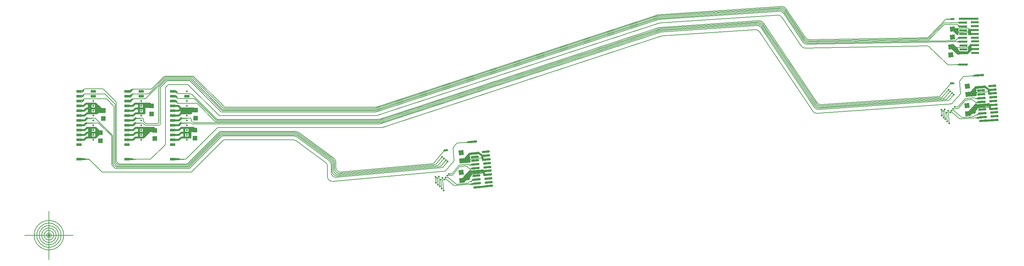
<source format=gbr>
*
G4_C Author: OrCAD GerbTool(tm) 8.1.1 Wed Jun 18 20:29:13 2003*
G4 Mass Parameters *
G4 Image *
G4 Aperture Definitions *
G4 Plot Data *
G4 Mass Parameters *
G4 Image *
G4 Aperture Definitions *
G4 Plot Data *
G4 Mass Parameters *
G4 Image *
G4 Aperture Definitions *
G4 Plot Data *
G4 Mass Parameters *
G4 Image *
G4 Aperture Definitions *
G4 Plot Data *
%LPD*%
%FSLAX34Y34*%
%MOIN*%
%AD*%
%AMD25R98*
20,1,0.025000,0.000000,-0.035000,0.000000,0.035000,98.600000*
%
%AMD10R98*
20,1,0.050000,-0.025000,0.000000,0.025000,0.000000,98.600000*
%
%AMD25R98N2*
20,1,0.025000,0.000000,-0.035000,0.000000,0.035000,98.600000*
%
%AMD10R98N2*
20,1,0.050000,-0.025000,0.000000,0.025000,0.000000,98.600000*
%
%AMD25R86*
20,1,0.025000,0.000000,-0.035000,0.000000,0.035000,86.080000*
%
%AMD10R86*
20,1,0.050000,-0.025000,0.000000,0.025000,0.000000,86.080000*
%
%AMD16R5*
20,1,0.025000,-0.035000,0.000000,0.035000,0.000000,5.450000*
%
%AMD10R5*
20,1,0.050000,-0.025000,0.000000,0.025000,0.000000,5.450000*
%
%AMD16R5N2*
20,1,0.025000,-0.035000,0.000000,0.035000,0.000000,5.450000*
%
%AMD10R5N2*
20,1,0.050000,-0.025000,0.000000,0.025000,0.000000,5.450000*
%
%AMD31R3*
20,1,0.025000,0.034920,-0.002390,-0.034920,0.002390,3.950000*
%
%AMD32R3*
20,1,0.050000,-0.001710,-0.024940,0.001710,0.024940,3.950000*
%
%AMD31R3N2*
20,1,0.025000,0.034920,-0.002390,-0.034920,0.002390,3.910000*
%
%AMD32R3N2*
20,1,0.050000,-0.001710,-0.024940,0.001710,0.024940,3.910000*
%
%AMD31R3N3*
20,1,0.025000,0.034920,-0.002390,-0.034920,0.002390,3.920000*
%
%AMD32R3N3*
20,1,0.050000,-0.001710,-0.024940,0.001710,0.024940,3.920000*
%
%AMD29R84*
20,1,0.022000,0.000000,-0.040000,0.000000,0.040000,84.000000*
%
%AMD42R84*
20,1,0.050000,-0.025000,0.000000,0.025000,0.000000,84.000000*
%
%AMD43R11*
20,1,0.022000,0.039780,-0.004180,-0.039780,0.004180,11.300000*
%
%AMD44R11*
20,1,0.050000,-0.002610,-0.024860,0.002610,0.024860,11.300000*
%
%AMD257R1*
20,1,0.022000,-0.040000,0.000000,0.040000,0.000000,1.000000*
%
%AMD42R1*
20,1,0.050000,-0.025000,0.000000,0.025000,0.000000,1.000000*
%
%AMD257R1N2*
20,1,0.022000,-0.040000,0.000000,0.040000,0.000000,1.000000*
%
%AMD42R1N2*
20,1,0.050000,-0.025000,0.000000,0.025000,0.000000,1.000000*
%
%AMD49R1*
20,1,0.022000,-0.039990,-0.000700,0.039990,0.000700,1.000000*
%
%AMD50R1*
20,1,0.050000,-0.025000,-0.000440,0.025000,0.000440,1.000000*
%
%AMD51R1*
20,1,0.022000,-0.039970,-0.001400,0.039970,0.001400,1.000000*
%
%AMD52R1*
20,1,0.050000,-0.024990,-0.000880,0.024990,0.000880,1.000000*
%
%AMD53R1*
20,1,0.022000,-0.039940,-0.002100,0.039940,0.002100,1.000000*
%
%AMD54R1*
20,1,0.050000,-0.024970,-0.001320,0.024970,0.001320,1.000000*
%
%ADD10R,0.050000X0.050000*%
%ADD11C,0.006000*%
%ADD12C,0.019000*%
%ADD13C,0.007900*%
%ADD14C,0.005000*%
%ADD15C,0.000800*%
%ADD16R,0.070000X0.025000*%
%ADD17R,0.068000X0.023000*%
%ADD18C,0.006000*%
%ADD19C,0.009800*%
%ADD20C,0.010000*%
%ADD21C,0.030000*%
%ADD22C,0.060000*%
%ADD23C,0.035000*%
%ADD24C,0.055000*%
%ADD25R,0.025000X0.070000*%
%ADD26D25R98*%
%ADD27R,0.029000X0.058000*%
%ADD28R,0.031000X0.060000*%
%ADD29R,0.022000X0.080000*%
%ADD30R,0.024000X0.082000*%
%ADD31R,0.030000X0.030000*%
%ADD32D10R86*%
%ADD33D16R5*%
%ADD34D10R5*%
%ADD35D16R5N2*%
%ADD36D10R5N2*%
%ADD37D31R3*%
%ADD38D32R3*%
%ADD39R,0.070000X0.025000*%
%ADD40D32R3N2*%
%ADD41R,0.070000X0.025000*%
%ADD42R,0.050000X0.050000*%
%ADD43D29R84*%
%ADD44D42R84*%
%ADD45D43R11*%
%ADD46D44R11*%
%ADD47D257R1*%
%ADD48D42R1*%
%ADD49D257R1N2*%
%ADD50D42R1N2*%
%ADD51D49R1*%
%ADD52D50R1*%
%ADD53D51R1*%
%ADD54D52R1*%
%ADD55D53R1*%
%ADD56D54R1*%
%ADD256R,0.058000X0.029000*%
%ADD257R,0.080000X0.022000*%
G4_C OrCAD GerbTool Tool List *
G54D14*
G1X-4757Y-5972D2*
G1X243Y-5972D1*
G1X-2257Y-8472D2*
G1X-2257Y-3472D1*
G1X-4757Y-5972D2*
G1X243Y-5972D1*
G1X-2257Y-8472D2*
G1X-2257Y-3472D1*
G1X-2257Y-6972D2*
G3X-1257Y-5972I0J1000D1*
G1X-3257Y-5972D2*
G3X-2257Y-6972I1000J0D1*
G1X-2257Y-4972D2*
G3X-3257Y-5972I0J1000D1*
G1X-1257Y-5972D2*
G3X-2257Y-4972I1000J0D1*
G1X-2257Y-7492D2*
G3X-737Y-5972I0J1520D1*
G1X-3777Y-5972D2*
G3X-2257Y-7492I1520J0D1*
G1X-2257Y-4451D2*
G3X-3778Y-5972I0J1521D1*
G1X-736Y-5972D2*
G3X-2257Y-4451I1521J0D1*
G1X-2257Y-6222D2*
G3X-2007Y-5972I0J250D1*
G1X-2507Y-5972D2*
G3X-2257Y-6222I250J0D1*
G1X-2257Y-5722D2*
G3X-2507Y-5972I0J250D1*
G1X-2007Y-5972D2*
G3X-2257Y-5722I250J0D1*
G1X-2257Y-6222D2*
G3X-2007Y-5972I0J250D1*
G1X-2507Y-5972D2*
G3X-2257Y-6222I250J0D1*
G1X-2257Y-5722D2*
G3X-2507Y-5972I0J250D1*
G1X-2007Y-5972D2*
G3X-2257Y-5722I250J0D1*
G1X-2257Y-6722D2*
G3X-1507Y-5972I0J750D1*
G1X-3007Y-5972D2*
G3X-2257Y-6722I750J0D1*
G1X-2257Y-5222D2*
G3X-3007Y-5972I0J750D1*
G1X-1507Y-5972D2*
G3X-2257Y-5222I750J0D1*
G1X-2257Y-6472D2*
G3X-1757Y-5972I0J500D1*
G1X-2757Y-5972D2*
G3X-2257Y-6472I500J0D1*
G1X-2257Y-5472D2*
G3X-2757Y-5972I0J500D1*
G1X-1757Y-5972D2*
G3X-2257Y-5472I500J0D1*
G1X-2257Y-6472D2*
G3X-1757Y-5972I0J500D1*
G1X-2757Y-5972D2*
G3X-2257Y-6472I500J0D1*
G1X-2257Y-5472D2*
G3X-2757Y-5972I0J500D1*
G1X-1757Y-5972D2*
G3X-2257Y-5472I500J0D1*
G1X-2257Y-7222D2*
G3X-1007Y-5972I0J1250D1*
G1X-3507Y-5972D2*
G3X-2257Y-7222I1250J0D1*
G1X-2257Y-4722D2*
G3X-3507Y-5972I0J1250D1*
G1X-1007Y-5972D2*
G3X-2257Y-4722I1250J0D1*
G1X-2257Y-7492D2*
G3X-737Y-5972I0J1520D1*
G1X-3777Y-5972D2*
G3X-2257Y-7492I1520J0D1*
G1X-2257Y-4451D2*
G3X-3778Y-5972I0J1521D1*
G1X-736Y-5972D2*
G3X-2257Y-4451I1521J0D1*
G1X-2257Y-7222D2*
G3X-1007Y-5972I0J1250D1*
G1X-3507Y-5972D2*
G3X-2257Y-7222I1250J0D1*
G1X-2257Y-4722D2*
G3X-3507Y-5972I0J1250D1*
G1X-1007Y-5972D2*
G3X-2257Y-4722I1250J0D1*
G1X-2257Y-6722D2*
G3X-1507Y-5972I0J750D1*
G1X-3007Y-5972D2*
G3X-2257Y-6722I750J0D1*
G1X-2257Y-5222D2*
G3X-3007Y-5972I0J750D1*
G1X-1507Y-5972D2*
G3X-2257Y-5222I750J0D1*
G1X-2257Y-6972D2*
G3X-1257Y-5972I0J1000D1*
G1X-3257Y-5972D2*
G3X-2257Y-6972I1000J0D1*
G1X-2257Y-4972D2*
G3X-3257Y-5972I0J1000D1*
G1X-1257Y-5972D2*
G3X-2257Y-4972I1000J0D1*
G54D21*
G1X-2257Y-5972D3*
G1X11640Y1876D2*
G54D20*
G1X11131Y1876D1*
G1X12323Y4136D2*
G54D12*
G1X12323Y4609D1*
G1X12376Y6631D2*
G1X12377Y7105D1*
G1X12294Y6126D2*
G54D11*
G1X11706Y6125D1*
G1X12394Y6026D2*
G75*
G3X12294Y6126I-100J0D1*
G74*
G1X11789Y1876D2*
G1X11527Y1876D1*
G1X11859Y1905D2*
G75*
G2X11789Y1876I-71J71D1*
G74*
G1X6331Y1874D2*
G54D12*
G1X5780Y1874D1*
G1X8173Y1877D2*
G54D11*
G1X6529Y1876D1*
G1X8243Y1906D2*
G75*
G2X8173Y1877I-71J71D1*
G74*
G1X6230Y1874D2*
G54D20*
G1X6671Y1874D1*
G1X1431Y1876D2*
G54D12*
G1X882Y1876D1*
G1X1841Y1876D2*
G54D20*
G1X1332Y1876D1*
G1X1911Y1845D2*
G75*
G54D11*
G3X1841Y1876I-71J-71D1*
G74*
G1X11071Y7376D2*
G54D12*
G1X10495Y7375D1*
G1X10626Y6375D2*
G1X11121Y6375D1*
G1X11372Y6627D1*
G1X10633Y5874D2*
G1X11132Y5874D1*
G1X11118Y4877D2*
G1X10571Y4877D1*
G1X10570Y4377D2*
G1X11117Y4377D1*
G1X11368Y4627D1*
G1X11104Y5376D2*
G1X11355Y5627D1*
G1X11369Y5127D2*
G1X11118Y4877D1*
G1X11359Y4127D2*
G1X11111Y3877D1*
G1X11132Y5874D2*
G1X11385Y6127D1*
G1X11116Y6879D2*
G1X10543Y6879D1*
G1X11364Y7127D2*
G1X11116Y6879D1*
G1X9729Y9234D2*
G75*
G54D11*
G2X9759Y9305I100J0D1*
G74*
G1X6431Y9119D2*
G1X6301Y9013D1*
G1X6371Y7373D2*
G54D12*
G1X6623Y7625D1*
G1X6420Y6373D2*
G1X6671Y6625D1*
G1X6417Y4375D2*
G1X6667Y4624D1*
G1X6403Y5375D2*
G1X6653Y5625D1*
G1X6667Y5124D2*
G1X6418Y4875D1*
G1X6658Y4125D2*
G1X6409Y3875D1*
G1X6653Y5625D2*
G54D20*
G1X7130Y5624D1*
G1X6431Y5873D2*
G54D12*
G1X6685Y6126D1*
G1X6685Y6125D2*
G54D20*
G1X7131Y6125D1*
G1X7932Y4625D2*
G54D12*
G1X6684Y4625D1*
G1X7983Y4624D2*
G1X7482Y4125D1*
G1X6658Y4125D1*
G1X6663Y7125D2*
G1X6416Y6876D1*
G1X7956Y4676D2*
G1X7506Y5125D1*
G1X7590Y7125D2*
G1X6663Y7125D1*
G1X6623Y7625D2*
G1X7590Y7625D1*
G1X7591Y6625D2*
G1X6671Y6625D1*
G1X8549Y5125D2*
G1X6667Y5124D1*
G1X8339Y4978D2*
G1X7838Y4479D1*
G1X6291Y8495D2*
G54D11*
G1X6427Y8607D1*
G75*
G2X6490Y8629I63J-78D1*
G74*
G1X6403Y8087D2*
G1X6296Y8000D1*
G1X6467Y8111D2*
G75*
G3X6403Y8087I0J-100D1*
G74*
G1X7354Y5625D2*
G1X6905Y5625D1*
G1X7426Y5595D2*
G75*
G3X7354Y5625I-71J-71D1*
G74*
G1X7498Y5736D2*
G75*
G2X7469Y5806I71J71D1*
G74*
G1X7469Y6024D1*
G1X7369Y6125D2*
G1X6905Y6125D1*
G1X7469Y6024D2*
G75*
G3X7369Y6125I-100J0D1*
G74*
G1X7664Y5569D2*
G1X7498Y5736D1*
G1X7735Y5539D2*
G75*
G2X7664Y5569I0J100D1*
G74*
G1X7616Y5404D2*
G1X7426Y5595D1*
G1X7687Y5375D2*
G75*
G2X7616Y5404I0J100D1*
G74*
G1X1145Y7770D2*
G1X1275Y7876D1*
G1X1145Y7983D1*
G1X1165Y7954D2*
G1X1165Y7800D1*
G1X1203Y7931D2*
G1X1202Y7822D1*
G1X1150Y7877D2*
G1X1275Y7876D1*
G1X1145Y8270D2*
G1X1275Y8377D1*
G1X1166Y8454D2*
G1X1165Y8300D1*
G1X1202Y8431D2*
G1X1203Y8323D1*
G1X1150Y8377D2*
G1X1275Y8377D1*
G1X1167Y8954D2*
G1X1166Y8800D1*
G1X1203Y8931D2*
G1X1204Y8823D1*
G1X1152Y8876D2*
G1X1276Y8877D1*
G1X1342Y8532D2*
G75*
G2X1441Y8632I100J0D1*
G74*
G1X1342Y8476D2*
G1X1342Y8532D1*
G1X1241Y8377D2*
G75*
G3X1342Y8476I0J100D1*
G74*
G1X1150Y7877D2*
G1X1275Y7876D1*
G1X1341Y8031D2*
G75*
G2X1441Y8131I100J0D1*
G74*
G1X1342Y7977D2*
G1X1341Y8031D1*
G1X1241Y7877D2*
G75*
G3X1342Y7977I0J100D1*
G74*
G1X1275Y8877D2*
G1X1145Y8983D1*
G1X1151Y8877D2*
G1X1275Y8877D1*
G1X1241Y8876D2*
G75*
G3X1341Y8977I0J100D1*
G74*
G1X1273Y8376D2*
G1X1144Y8483D1*
G1X1190Y8422D2*
G1X1315Y8421D1*
G1X1194Y8457D2*
G1X1319Y8457D1*
G1X1241Y8496D2*
G1X1371Y8602D1*
G1X1199Y8431D2*
G1X1329Y8537D1*
G1X1130Y8482D2*
G1X1254Y8481D1*
G1X1208Y8404D2*
G1X1338Y8510D1*
G1X1143Y8983D2*
G1X1269Y8983D1*
G1X1183Y8923D2*
G1X1307Y8923D1*
G1X1185Y8962D2*
G1X1310Y8961D1*
G1X1339Y9034D2*
G1X1209Y8927D1*
G1X1332Y8993D2*
G1X1202Y8887D1*
G1X1317Y8968D2*
G1X1187Y8862D1*
G1X1182Y8448D2*
G1X1312Y8555D1*
G1X1246Y8001D2*
G1X1376Y8107D1*
G1X1165Y7935D2*
G1X1295Y8041D1*
G1X1106Y7982D2*
G1X1230Y7982D1*
G1X1198Y7921D2*
G1X1323Y7921D1*
G1X1201Y7954D2*
G1X1326Y7954D1*
G1X1205Y7981D2*
G1X1330Y7980D1*
G1X1200Y7922D2*
G1X1330Y8029D1*
G1X1341Y8977D2*
G1X1341Y9037D1*
G75*
G2X1442Y9137I100J0D1*
G74*
G1X1383Y9120D2*
G1X1253Y9014D1*
G1X1327Y9075D2*
G1X1197Y8969D1*
G1X1322Y7374D2*
G54D12*
G1X745Y7375D1*
G1X1322Y7374D2*
G1X1574Y7626D1*
G1X1214Y8936D2*
G54D11*
G1X1342Y9065D1*
G1X875Y6374D2*
G54D12*
G1X1371Y6374D1*
G1X883Y5874D2*
G1X1383Y5874D1*
G1X821Y3876D2*
G1X1321Y3876D1*
G1X1369Y4876D2*
G1X821Y4875D1*
G1X821Y4376D2*
G1X1367Y4376D1*
G1X821Y5376D2*
G1X1355Y5376D1*
G1X1604Y5626D1*
G1X1610Y4126D2*
G1X1360Y3876D1*
G1X1366Y6877D2*
G1X794Y6878D1*
G1X1614Y7126D2*
G1X1366Y6877D1*
G1X1157Y8780D2*
G54D11*
G1X1287Y8887D1*
G1X1735Y6126D2*
G54D20*
G1X2181Y6125D1*
G1X3034Y4626D2*
G54D12*
G1X2534Y4126D1*
G1X3006Y4676D2*
G1X2557Y5126D1*
G1X1420Y6374D2*
G1X1672Y6626D1*
G1X1416Y4376D2*
G1X1667Y4626D1*
G1X1667Y5125D2*
G1X1418Y4876D1*
G1X1432Y5874D2*
G1X1684Y6127D1*
G1X15079Y5996D2*
G75*
G54D11*
G2X15009Y6025I0J100D1*
G74*
G1X15007Y5876D2*
G75*
G2X14937Y5905I0J100D1*
G74*
G1X14926Y5756D2*
G75*
G2X14856Y5785I0J100D1*
G74*
G1X15061Y5107D2*
G1X11859Y1905D1*
G1X15131Y5136D2*
G75*
G3X15061Y5107I0J-100D1*
G74*
G1X15372Y4756D2*
G75*
G3X15302Y4727I0J-100D1*
G74*
G1X15360Y4607D2*
G75*
G2X15430Y4636I71J-71D1*
G74*
G1X15487Y4516D2*
G75*
G3X15417Y4487I0J-100D1*
G74*
G1X15480Y4367D2*
G75*
G2X15550Y4396I71J-71D1*
G74*
G1X15624Y4276D2*
G75*
G3X15554Y4247I0J-100D1*
G74*
G1X15749Y3867D2*
G75*
G2X15819Y3896I71J-71D1*
G74*
G1X9864Y9944D2*
G75*
G2X9934Y9973I71J-71D1*
G74*
G1X9790Y10064D2*
G75*
G2X9860Y10093I71J-71D1*
G74*
G1X9727Y10184D2*
G75*
G2X9797Y10213I71J-71D1*
G74*
G1X9670Y10304D2*
G75*
G2X9740Y10333I71J-71D1*
G74*
G1X9613Y10424D2*
G75*
G2X9683Y10453I71J-71D1*
G74*
G1X9759Y9305D2*
G1X10015Y9562D1*
G1X10015Y9562D2*
G75*
G2X10085Y9591I71J-71D1*
G74*
G1X12255Y946D2*
G1X15554Y4247D1*
G1X12185Y917D2*
G75*
G3X12255Y946I0J100D1*
G74*
G1X15480Y4367D2*
G1X12180Y1066D1*
G75*
G2X12110Y1037I-71J71D1*
G74*
G1X12117Y1186D2*
G1X15417Y4487D1*
G1X12047Y1157D2*
G75*
G3X12117Y1186I0J100D1*
G74*
G1X15360Y4607D2*
G1X12060Y1306D1*
G75*
G2X11990Y1277I-71J71D1*
G74*
G1X12002Y1426D2*
G1X15302Y4727D1*
G1X11932Y1397D2*
G75*
G3X12002Y1426I0J100D1*
G74*
G1X11932Y1397D2*
G1X4983Y1397D1*
G75*
G2X4913Y1426I0J100D1*
G74*
G1X4884Y1277D2*
G1X11990Y1277D1*
G1X4813Y1306D2*
G75*
G3X4884Y1277I71J71D1*
G74*
G1X12047Y1157D2*
G1X4786Y1157D1*
G75*
G2X4715Y1186I0J100D1*
G74*
G1X4711Y1037D2*
G1X12110Y1037D1*
G1X4641Y1066D2*
G75*
G3X4711Y1037I71J71D1*
G74*
G1X12185Y917D2*
G1X4612Y917D1*
G75*
G2X4542Y946I0J100D1*
G74*
G1X4228Y1260D1*
G1X4199Y1330D2*
G75*
G3X4228Y1260I100J0D1*
G74*
G1X4641Y1066D2*
G1X4348Y1359D1*
G75*
G2X4319Y1429I71J71D1*
G74*
G1X4715Y1186D2*
G1X4468Y1435D1*
G75*
G2X4439Y1505I71J71D1*
G74*
G1X4588Y1533D2*
G1X4813Y1306D1*
G1X4559Y1603D2*
G75*
G3X4588Y1533I100J0D1*
G74*
G1X4913Y1426D2*
G1X4711Y1628D1*
G75*
G2X4682Y1698I71J71D1*
G74*
G1X4199Y1330D2*
G1X4199Y4235D1*
G75*
G3X4170Y4305I-100J0D1*
G74*
G1X4319Y1429D2*
G1X4319Y4285D1*
G75*
G3X4290Y4355I-100J0D1*
G74*
G1X4170Y4305D2*
G1X2877Y5597D1*
G1X2807Y5626D2*
G1X1957Y5626D1*
G1X2877Y5597D2*
G75*
G3X2807Y5626I-71J-71D1*
G74*
G1X4290Y4355D2*
G1X2548Y6097D1*
G1X2478Y6126D2*
G1X1956Y6126D1*
G1X2548Y6097D2*
G75*
G3X2478Y6126I-71J-71D1*
G74*
G1X4439Y1505D2*
G1X4439Y7280D1*
G75*
G3X4410Y7350I-100J0D1*
G74*
G1X4559Y1603D2*
G1X4559Y7500D1*
G75*
G3X4530Y7570I-100J0D1*
G74*
G1X4682Y1698D2*
G1X4682Y7736D1*
G75*
G3X4653Y7806I-100J0D1*
G74*
G1X4410Y7350D2*
G1X3659Y8102D1*
G75*
G3X3589Y8131I-71J-71D1*
G74*
G1X4530Y7570D2*
G1X3499Y8602D1*
G75*
G3X3429Y8631I-71J-71D1*
G74*
G1X4653Y7806D2*
G1X3352Y9107D1*
G75*
G3X3282Y9136I-71J-71D1*
G74*
G1X2534Y4126D2*
G54D12*
G1X1610Y4126D1*
G1X2983Y4626D2*
G1X1650Y4626D1*
G1X2557Y5126D2*
G1X1650Y5125D1*
G1X2281Y5626D2*
G54D20*
G1X1650Y5626D1*
G1X2642Y7126D2*
G54D12*
G1X1614Y7126D1*
G1X3429Y8631D2*
G54D11*
G1X1441Y8631D1*
G1X3282Y9136D2*
G1X1442Y9136D1*
G1X3589Y8131D2*
G1X1440Y8131D1*
G1X1911Y1845D2*
G1X3191Y566D1*
G75*
G3X3261Y537I71J71D1*
G74*
G1X12380Y537D1*
G1X12450Y566D2*
G1X15749Y3867D1*
G1X12380Y537D2*
G75*
G3X12450Y566I0J100D1*
G74*
G1X8243Y1906D2*
G1X9700Y3363D1*
G1X9729Y3433D2*
G1X9729Y9234D1*
G1X9700Y3363D2*
G75*
G3X9729Y3433I-71J71D1*
G74*
G1X5771Y3875D2*
G54D12*
G1X6370Y3875D1*
G1X5769Y4375D2*
G1X6417Y4375D1*
G1X6418Y4875D2*
G1X5770Y4874D1*
G1X5770Y5375D2*
G1X6403Y5375D1*
G1X5832Y5873D2*
G1X6431Y5873D1*
G1X5824Y6373D2*
G1X6420Y6373D1*
G1X6371Y7373D2*
G1X5694Y7374D1*
G1X6416Y6876D2*
G1X5742Y6877D1*
G1X6229Y7887D2*
G54D11*
G1X6099Y7992D1*
G1X6099Y7781D2*
G1X6229Y7887D1*
G1X6104Y7887D1*
G1X6119Y7964D2*
G1X6119Y7809D1*
G1X6229Y7887D2*
G1X6104Y7887D1*
G1X6152Y7931D2*
G1X6278Y7931D1*
G1X6195Y7887D2*
G75*
G3X6296Y7987I0J100D1*
G74*
G1X6159Y7991D2*
G1X6284Y7991D1*
G1X6154Y7933D2*
G1X6284Y8039D1*
G1X6295Y8028D2*
G1X6295Y8083D1*
G1X6317Y8106D2*
G1X6119Y7945D1*
G1X6157Y7941D2*
G1X6157Y7833D1*
G1X6155Y7964D2*
G1X6280Y7964D1*
G1X6379Y8129D2*
G75*
G3X6317Y8106I0J-101D1*
G74*
G1X6296Y7987D2*
G1X6296Y8042D1*
G1X6523Y8129D2*
G1X6379Y8129D1*
G1X6061Y7973D2*
G1X6174Y8026D1*
G1X6161Y8020D2*
G1X6274Y8072D1*
G1X6229Y8387D2*
G1X6099Y8492D1*
G1X6099Y8281D2*
G1X6229Y8387D1*
G1X6104Y8387D1*
G1X6119Y8464D2*
G1X6119Y8309D1*
G1X6229Y8387D2*
G1X6104Y8387D1*
G1X6152Y8431D2*
G1X6278Y8431D1*
G1X6195Y8387D2*
G75*
G3X6296Y8487I0J100D1*
G74*
G1X6159Y8491D2*
G1X6284Y8491D1*
G1X6154Y8433D2*
G1X6284Y8539D1*
G1X6295Y8528D2*
G1X6295Y8583D1*
G1X6317Y8606D2*
G1X6119Y8445D1*
G1X6157Y8441D2*
G1X6157Y8333D1*
G1X6155Y8464D2*
G1X6280Y8464D1*
G1X6379Y8629D2*
G75*
G3X6317Y8606I0J-101D1*
G74*
G1X6296Y8487D2*
G1X6296Y8542D1*
G1X6523Y8629D2*
G1X6379Y8629D1*
G1X6061Y8474D2*
G1X6174Y8526D1*
G1X6161Y8520D2*
G1X6274Y8573D1*
G1X6231Y8886D2*
G1X6101Y8991D1*
G1X6101Y8780D2*
G1X6231Y8886D1*
G1X6106Y8886D1*
G1X6121Y8963D2*
G1X6121Y8808D1*
G1X6231Y8886D2*
G1X6106Y8886D1*
G1X6154Y8930D2*
G1X6280Y8930D1*
G1X6197Y8886D2*
G75*
G3X6298Y8986I0J100D1*
G74*
G1X6161Y8990D2*
G1X6286Y8990D1*
G1X6156Y8932D2*
G1X6286Y9038D1*
G1X6297Y9027D2*
G1X6297Y9082D1*
G1X6319Y9105D2*
G1X6121Y8944D1*
G1X6159Y8940D2*
G1X6159Y8832D1*
G1X6157Y8963D2*
G1X6282Y8963D1*
G1X6381Y9128D2*
G75*
G3X6319Y9105I0J-101D1*
G74*
G1X6298Y8986D2*
G1X6298Y9041D1*
G1X6525Y9128D2*
G1X6381Y9128D1*
G1X6063Y8972D2*
G1X6176Y9025D1*
G1X6163Y9019D2*
G1X6276Y9071D1*
G1X6237Y8484D2*
G1X6373Y8596D1*
G1X6255Y8007D2*
G1X6391Y8119D1*
G1X12377Y6626D2*
G54D12*
G1X11372Y6626D1*
G1X11386Y6125D2*
G54D20*
G1X11932Y6126D1*
G1X11355Y5626D2*
G1X11932Y5626D1*
G1X12638Y5126D2*
G54D12*
G1X11369Y5126D1*
G1X12323Y4626D2*
G1X11385Y4626D1*
G1X12323Y4126D2*
G1X11359Y4126D1*
G1X12322Y5626D2*
G54D11*
G1X11675Y5626D1*
G1X12392Y5597D2*
G75*
G3X12322Y5626I-71J-71D1*
G74*
G1X12392Y5597D2*
G1X12444Y5545D1*
G1X12444Y5545D2*
G75*
G3X12514Y5516I71J71D1*
G74*
G1X12394Y5873D2*
G1X12394Y6026D1*
G1X12423Y5802D2*
G75*
G2X12394Y5873I71J71D1*
G74*
G1X12423Y5802D2*
G1X12560Y5665D1*
G1X12560Y5665D2*
G75*
G3X12630Y5636I71J71D1*
G74*
G1X10571Y5376D2*
G54D12*
G1X11104Y5376D1*
G1X10571Y3876D2*
G1X11072Y3876D1*
G1X11131Y1876D2*
G1X10581Y1876D1*
G1X11941Y6374D3*
G1X11940Y5874D3*
G1X11939Y5375D3*
G1X11940Y3874D3*
G1X11939Y7875D3*
G54D256*
G1X11939Y8375D3*
G54D12*
G1X11941Y8875D3*
G54D256*
G1X10470Y8377D3*
G1X10469Y7876D3*
G1X10469Y7377D3*
G1X10469Y6877D3*
G1X10469Y6376D3*
G1X10470Y5876D3*
G1X10470Y5376D3*
G1X10469Y4875D3*
G1X10470Y4376D3*
G1X10469Y3877D3*
G1X10470Y3376D3*
G1X10469Y1876D3*
G1X10470Y8876D3*
G1X12638Y6808D2*
G54D12*
G1X12250Y6808D1*
G1X12645Y6984D2*
G1X12250Y6984D1*
G1X11939Y7375D3*
G1X12637Y7124D2*
G1X11364Y7124D1*
G54D42*
G1X12777Y4055D3*
G1X12778Y4895D3*
G1X12854Y6119D3*
G1X12855Y6959D3*
G54D12*
G1X7252Y6374D3*
G1X7251Y5874D3*
G1X7251Y4375D3*
G1X7251Y6874D3*
G1X7250Y7375D3*
G1X7250Y5375D3*
G1X7250Y4875D3*
G1X7251Y3874D3*
G54D256*
G1X5781Y8377D3*
G1X5780Y7876D3*
G1X5780Y7377D3*
G1X5780Y6877D3*
G1X5780Y6376D3*
G1X5781Y5876D3*
G1X5781Y5376D3*
G1X5780Y4875D3*
G1X5781Y4376D3*
G1X5780Y3877D3*
G1X5781Y3376D3*
G1X5780Y1876D3*
G1X5781Y8876D3*
G1X7250Y8875D3*
G1X7250Y8375D3*
G54D12*
G1X7250Y7875D3*
G1X9727Y10184D2*
G54D11*
G1X7702Y8158D1*
G1X7632Y8129D2*
G1X6467Y8129D1*
G1X7702Y8158D2*
G75*
G2X7632Y8129I-71J71D1*
G74*
G1X6490Y8629D2*
G1X7955Y8629D1*
G1X8025Y8658D2*
G1X9670Y10304D1*
G1X7955Y8629D2*
G75*
G3X8025Y8658I0J100D1*
G74*
G1X9613Y10424D2*
G1X8345Y9157D1*
G1X8275Y9128D2*
G1X6490Y9128D1*
G1X8345Y9157D2*
G75*
G2X8275Y9128I-71J71D1*
G74*
G1X6997Y7092D2*
G54D12*
G1X6997Y7565D1*
G1X6997Y6650D2*
G1X6997Y7123D1*
G1X7506Y6655D2*
G1X7506Y7128D1*
G1X7506Y7062D2*
G1X7506Y7535D1*
G1X6085Y7955D2*
G54D11*
G1X6085Y7800D1*
G1X6070Y7917D2*
G1X6070Y7762D1*
G1X6083Y8453D2*
G1X6083Y8298D1*
G1X6070Y8417D2*
G1X6070Y8262D1*
G1X6080Y8949D2*
G1X6080Y8794D1*
G1X6070Y8917D2*
G1X6070Y8762D1*
G1X6384Y9132D2*
G1X6254Y9026D1*
G1X8947Y5540D2*
G1X7735Y5540D1*
G1X9047Y5640D2*
G75*
G2X8947Y5540I-100J0D1*
G74*
G1X7687Y5375D2*
G1X9098Y5375D1*
G75*
G3X9198Y5475I0J100D1*
G74*
G1X9197Y9235D1*
G1X9226Y9306D2*
G1X9864Y9944D1*
G1X9197Y9235D2*
G75*
G2X9226Y9306I100J0D1*
G74*
G1X9047Y5640D2*
G1X9047Y9279D1*
G1X9076Y9350D2*
G1X9790Y10064D1*
G1X9047Y9279D2*
G75*
G2X9076Y9350I100J0D1*
G74*
G54D42*
G1X8646Y4001D3*
G1X8647Y4841D3*
G1X8135Y7625D2*
G54D12*
G1X7565Y7625D1*
G1X7590Y6625D2*
G1X7590Y7614D1*
G1X7524Y6984D2*
G1X7580Y6984D1*
G1X7580Y6807D2*
G1X7524Y6807D1*
G1X8142Y7453D2*
G1X7572Y7453D1*
G1X8148Y7266D2*
G1X7578Y7266D1*
G54D42*
G1X8315Y6543D3*
G1X8316Y7383D3*
G54D12*
G1X2323Y6373D3*
G1X2322Y5873D3*
G1X2322Y4374D3*
G1X2322Y6873D3*
G1X2321Y7374D3*
G1X2321Y5374D3*
G1X2321Y4874D3*
G1X2322Y3873D3*
G1X2321Y7874D3*
G54D256*
G1X2321Y8374D3*
G1X2323Y8874D3*
G1X851Y8376D3*
G1X850Y7875D3*
G1X850Y7376D3*
G1X850Y6876D3*
G1X850Y6375D3*
G1X851Y5875D3*
G1X851Y5375D3*
G1X850Y4874D3*
G1X851Y4375D3*
G1X850Y3876D3*
G1X851Y3375D3*
G1X850Y1874D3*
G1X851Y8875D3*
G1X1614Y7626D2*
G54D12*
G1X2556Y7626D1*
G54D42*
G1X3033Y3766D3*
G1X3034Y4606D3*
G1X3352Y6070D3*
G1X3353Y6910D3*
G1X2647Y7064D2*
G54D12*
G1X3507Y7064D1*
G1X3007Y7176D2*
G1X2558Y7626D1*
G1X3259Y6922D2*
G1X2810Y7372D1*
G1X2647Y6755D2*
G1X3507Y6755D1*
G1X2595Y6919D2*
G1X3455Y6919D1*
G1X3184Y6878D2*
G1X2735Y7328D1*
G1X2741Y6741D2*
G1X2741Y7418D1*
G1X2588Y6626D2*
G1X2588Y7576D1*
G1X3118Y7070D2*
G1X2668Y6626D1*
G1X2650Y6625D2*
G1X1695Y6625D1*
G1X2060Y4148D2*
G1X2060Y5098D1*
G1X1877Y4155D2*
G1X1877Y5105D1*
G1X2042Y6642D2*
G1X2042Y7592D1*
G1X1857Y6628D2*
G1X1857Y7578D1*
G1X2740Y4926D2*
G1X2740Y4426D1*
G1X41362Y3691D2*
G1X40864Y3645D1*
G1X41158Y3672D2*
G54D20*
G1X40652Y3625D1*
G1X39704Y3508D2*
G75*
G54D11*
G2X39772Y3544I77J-64D1*
G74*
G54D12*
G1X38241Y-49D3*
G1X38360Y-1344D3*
G1X38361Y-1344D2*
G54D11*
G1X38241Y-49D1*
G1X40748Y117D2*
G54D12*
G1X41128Y573D1*
G1X41053Y265D2*
G1X40784Y-58D1*
G1X40773Y52D3*
G1X41952Y-208D2*
G1X41372Y-262D1*
G1X41347Y-256D2*
G54D20*
G1X41223Y-404D1*
G1X41737Y1355D2*
G54D12*
G1X41239Y1309D1*
G1X41534Y1336D2*
G54D20*
G1X41027Y1289D1*
G1X41591Y945D2*
G1X41064Y896D1*
G1X41276Y915D2*
G54D12*
G1X41774Y962D1*
G1X41315Y-699D2*
G54D11*
G1X41304Y-712D1*
G1X40952Y1326D2*
G1X41010Y1279D1*
G1X40880Y1350D2*
G75*
G2X40952Y1326I9J-100D1*
G74*
G1X41043Y892D2*
G1X40729Y1152D1*
G75*
G3X40656Y1175I-64J-77D1*
G74*
G1X40660Y3626D2*
G1X39772Y3544D1*
G1X42635Y-937D2*
G54D12*
G1X42054Y-991D1*
G1X40047Y1119D2*
G54D11*
G1X40656Y1175D1*
G1X39979Y1083D2*
G75*
G2X40047Y1119I77J-64D1*
G74*
G1X40003Y1268D2*
G1X40880Y1350D1*
G1X39935Y1233D2*
G75*
G2X40003Y1268I77J-64D1*
G74*
G1X41215Y-417D2*
G1X41048Y-432D1*
G75*
G3X40980Y-468I9J-99D1*
G74*
G1X40895Y-571D1*
G75*
G2X40827Y-607I-77J64D1*
G74*
G1X39703Y-711D1*
G75*
G2X39631Y-688I-9J100D1*
G74*
G1X40983Y-187D2*
G54D12*
G1X40224Y-258D1*
G1X40376Y-149D2*
G1X40756Y307D1*
G1X40542Y-178D2*
G1X40922Y278D1*
G1X40456Y-440D2*
G1X40836Y16D1*
G1X38216Y2114D3*
G1X38406Y1956D3*
G1X38597Y1798D3*
G1X38787Y1640D3*
G1X38301Y1053D2*
G75*
G54D11*
G2X38233Y1018I-77J64D1*
G74*
G54D12*
G1X38905Y363D3*
G1X38747Y173D3*
G1X38589Y-18D3*
G1X38431Y-208D3*
G1X38787Y1639D2*
G54D11*
G1X38304Y1056D1*
G1X38304Y1056D2*
G75*
G2X38236Y1020I-77J64D1*
G74*
G1X39935Y1233D2*
G1X39269Y426D1*
G1X39201Y391D2*
G1X38905Y363D1*
G1X39269Y426D2*
G75*
G2X39201Y391I-77J64D1*
G74*
G1X39979Y1083D2*
G1X39295Y254D1*
G1X39227Y217D2*
G1X38747Y173D1*
G1X39295Y254D2*
G75*
G2X39227Y217I-77J63D1*
G74*
G1X38432Y-217D2*
G1X38610Y-201D1*
G75*
G2X38683Y-223I9J-100D1*
G74*
G1X38589Y-18D2*
G1X38759Y-2D1*
G1X38832Y-24D2*
G1X39631Y-688D1*
G1X38759Y-2D2*
G75*
G2X38832Y-24I9J-100D1*
G74*
G1X38606Y700D2*
G75*
G2X38538Y664I-77J64D1*
G74*
G1X38437Y2768D2*
G1X37342Y1448D1*
G1X37342Y1448D2*
G75*
G2X37275Y1413I-77J64D1*
G74*
G1X37584Y1351D2*
G1X38216Y2114D1*
G1X37516Y1316D2*
G75*
G3X37584Y1351I-9J100D1*
G74*
G1X38406Y1956D2*
G1X37824Y1252D1*
G1X37824Y1252D2*
G75*
G2X37756Y1217I-77J64D1*
G74*
G1X38064Y1154D2*
G1X38597Y1798D1*
G1X37996Y1118D2*
G75*
G3X38064Y1154I-9J100D1*
G74*
G54D12*
G1X37528Y62D3*
G1X37719Y-98D3*
G1X38171Y-1184D2*
G54D11*
G1X38084Y-239D1*
G54D12*
G1X38084Y-240D3*
G1X37877Y94D3*
G1X37969Y-917D3*
G1X37719Y-98D2*
G54D11*
G1X37780Y-759D1*
G1X37877Y94D2*
G1X37971Y-917D1*
G1X37585Y-560D2*
G1X37527Y62D1*
G54D12*
G1X37776Y-739D3*
G1X38167Y-1157D3*
G1X37582Y-541D3*
G1X41189Y-695D2*
G54D11*
G1X39486Y-853D1*
G1X39414Y-830D2*
G1X38683Y-223D1*
G1X39486Y-853D2*
G75*
G2X39414Y-830I-9J100D1*
G74*
G1X41092Y-704D2*
G54D20*
G1X41284Y-686D1*
G1X41846Y-634D2*
G54D12*
G1X41266Y-688D1*
G1X38606Y700D2*
G54D11*
G1X39435Y1701D1*
G75*
G3X39458Y1773I-77J64D1*
G74*
G1X39341Y3026D1*
G1X39364Y3098D2*
G1X39704Y3508D1*
G1X39341Y3026D2*
G75*
G2X39364Y3098I100J9D1*
G74*
G54D45*
G1X43047Y-896D3*
G1X43010Y-503D3*
G1X42974Y-111D3*
G1X42937Y280D3*
G1X42901Y672D3*
G1X42865Y1064D3*
G1X42828Y1456D3*
G1X42792Y1848D3*
G1X42755Y2241D3*
G1X42719Y2632D3*
G1X41851Y-1007D3*
G1X41814Y-615D3*
G1X41778Y-223D3*
G1X41742Y169D3*
G1X41705Y562D3*
G1X41669Y953D3*
G1X41632Y1345D3*
G1X41596Y1738D3*
G1X41560Y2130D3*
G1X41414Y3696D3*
G1X42395Y1797D2*
G54D12*
G1X42356Y2218D1*
G1X41048Y1623D2*
G1X40504Y1573D1*
G1X41048Y1622D2*
G1X40986Y2297D1*
G1X40614Y1730D2*
G1X40972Y2161D1*
G1X40577Y1904D2*
G1X41028Y2447D1*
G1X41024Y1810D2*
G1X40479Y1759D1*
G1X41032Y1886D2*
G1X40487Y1835D1*
G1X42387Y2007D2*
G54D18*
G1X41054Y1883D1*
G1X42330Y2239D2*
G54D12*
G1X41985Y2526D1*
G1X42000Y2486D2*
G1X41075Y2400D1*
G1X41031Y2447D2*
G1X41973Y2535D1*
G1X42539Y228D2*
G1X42500Y650D1*
G1X41180Y247D2*
G1X41141Y669D1*
G1X40664Y198D2*
G1X41092Y678D1*
G1X40984Y-188D2*
G1X40945Y234D1*
G1X41180Y247D2*
G1X40912Y-77D1*
G1X41056Y129D2*
G1X41017Y551D1*
G54D45*
G1X41586Y550D3*
G1X42193Y606D3*
G1X42455Y788D2*
G54D20*
G1X41160Y668D1*
G1X42454Y471D2*
G54D19*
G1X41199Y355D1*
G54D46*
G1X40242Y-307D3*
G1X40166Y529D3*
G1X40245Y1701D3*
G1X40168Y2537D3*
G1X38438Y2770D2*
G75*
G54D11*
G2X38506Y2807I77J-64D1*
G74*
G1X38726Y2823D2*
G54D12*
G1X38445Y2797D1*
G1X38505Y2804D2*
G54D20*
G1X38585Y2811D1*
G1X93511Y10539D2*
G54D12*
G1X93012Y10504D1*
G1X93307Y10525D2*
G54D20*
G1X92799Y10490D1*
G1X91850Y10394D2*
G75*
G54D11*
G2X91918Y10428I76J-66D1*
G74*
G54D12*
G1X90306Y6871D3*
G1X90395Y5574D3*
G1X90396Y5574D2*
G54D11*
G1X90306Y6871D1*
G1X92816Y6980D2*
G54D12*
G1X93206Y7427D1*
G1X93124Y7121D2*
G1X92848Y6804D1*
G1X92840Y6915D3*
G1X94013Y6628D2*
G1X93431Y6587D1*
G1X93407Y6593D2*
G54D20*
G1X93279Y6448D1*
G1X93833Y8195D2*
G54D12*
G1X93334Y8160D1*
G1X93629Y8181D2*
G54D20*
G1X93122Y8145D1*
G1X93678Y7788D2*
G1X93149Y7751D1*
G1X93362Y7766D2*
G54D12*
G1X93860Y7801D1*
G1X93364Y6151D2*
G54D11*
G1X93353Y6139D1*
G1X93048Y8184D2*
G1X93104Y8136D1*
G1X92976Y8209D2*
G75*
G2X93048Y8184I7J-100D1*
G74*
G1X93128Y7748D2*
G1X92821Y8015D1*
G75*
G3X92748Y8040I-66J-76D1*
G74*
G1X92807Y10490D2*
G1X91918Y10428D1*
G1X94678Y5883D2*
G54D12*
G1X94097Y5843D1*
G1X92137Y7997D2*
G54D11*
G1X92748Y8040D1*
G1X92069Y7963D2*
G75*
G2X92137Y7997I76J-66D1*
G74*
G1X92097Y8148D2*
G1X92976Y8209D1*
G1X92028Y8114D2*
G75*
G2X92097Y8148I76J-66D1*
G74*
G1X93271Y6436D2*
G1X93104Y6424D1*
G75*
G3X93035Y6390I7J-99D1*
G74*
G1X92948Y6289D1*
G75*
G2X92879Y6255I-76J66D1*
G74*
G1X91753Y6176D1*
G75*
G2X91681Y6200I-7J100D1*
G74*
G1X93044Y6670D2*
G54D12*
G1X92284Y6617D1*
G1X92438Y6722D2*
G1X92828Y7170D1*
G1X92604Y6690D2*
G1X92994Y7137D1*
G1X92512Y6430D2*
G1X92902Y6877D1*
G1X90330Y9034D3*
G1X90517Y8871D3*
G1X90703Y8709D3*
G1X90890Y8547D3*
G1X90391Y7972D2*
G75*
G54D11*
G2X90322Y7938I-76J66D1*
G74*
G54D12*
G1X90980Y7268D3*
G1X90817Y7081D3*
G1X90655Y6894D3*
G1X90492Y6708D3*
G1X90890Y8546D2*
G54D11*
G1X90394Y7974D1*
G1X90394Y7974D2*
G75*
G2X90325Y7940I-76J66D1*
G74*
G1X92028Y8114D2*
G1X91345Y7322D1*
G1X91276Y7289D2*
G1X90980Y7268D1*
G1X91345Y7322D2*
G75*
G2X91276Y7289I-76J66D1*
G74*
G1X92069Y7963D2*
G1X91367Y7150D1*
G1X91298Y7115D2*
G1X90817Y7081D1*
G1X91367Y7150D2*
G75*
G2X91298Y7115I-76J65D1*
G74*
G1X90493Y6699D2*
G1X90672Y6711D1*
G75*
G2X90744Y6687I7J-100D1*
G74*
G1X90655Y6894D2*
G1X90824Y6906D1*
G1X90897Y6882D2*
G1X91681Y6200D1*
G1X90824Y6906D2*
G75*
G2X90897Y6882I7J-100D1*
G74*
G1X90688Y7611D2*
G75*
G2X90619Y7577I-76J66D1*
G74*
G1X90566Y9683D2*
G1X89441Y8388D1*
G1X89441Y8388D2*
G75*
G2X89373Y8354I-76J66D1*
G74*
G1X89680Y8286D2*
G1X90330Y9034D1*
G1X89612Y8252D2*
G75*
G3X89680Y8286I-7J100D1*
G74*
G1X90517Y8871D2*
G1X89918Y8181D1*
G1X89918Y8181D2*
G75*
G2X89849Y8147I-76J66D1*
G74*
G1X90156Y8077D2*
G1X90703Y8709D1*
G1X90087Y8044D2*
G75*
G3X90156Y8077I-7J100D1*
G74*
G54D12*
G1X89596Y6998D3*
G1X89783Y6834D3*
G1X90210Y5738D2*
G54D11*
G1X90144Y6685D1*
G54D12*
G1X90144Y6683D3*
G1X89945Y7022D3*
G1X90014Y6009D3*
G1X89783Y6834D2*
G54D11*
G1X89829Y6172D1*
G1X89945Y7022D2*
G1X90016Y6010D1*
G1X89638Y6375D2*
G1X89595Y6998D1*
G54D12*
G1X89826Y6192D3*
G1X90206Y5765D3*
G1X89636Y6394D3*
G1X93238Y6159D2*
G54D11*
G1X91533Y6039D1*
G1X91461Y6064D2*
G1X90744Y6687D1*
G1X91533Y6039D2*
G75*
G2X91461Y6064I-7J100D1*
G74*
G1X93142Y6152D2*
G54D20*
G1X93333Y6165D1*
G1X93897Y6205D2*
G54D12*
G1X93315Y6164D1*
G1X90688Y7611D2*
G54D11*
G1X91539Y8593D1*
G75*
G3X91564Y8665I-76J66D1*
G74*
G1X91476Y9920D1*
G1X91500Y9992D2*
G1X91850Y10394D1*
G1X91476Y9920D2*
G75*
G2X91500Y9992I100J7D1*
G74*
G54D55*
G1X95091Y5915D3*
G1X95063Y6309D3*
G1X95036Y6701D3*
G1X95008Y7093D3*
G1X94981Y7486D3*
G1X94954Y7879D3*
G1X94926Y8272D3*
G1X94899Y8665D3*
G1X94871Y9058D3*
G1X94844Y9450D3*
G1X93893Y5832D3*
G1X93865Y6225D3*
G1X93838Y6617D3*
G1X93810Y7010D3*
G1X93783Y7403D3*
G1X93756Y7795D3*
G1X93728Y8188D3*
G1X93701Y8581D3*
G1X93673Y8974D3*
G1X93563Y10543D3*
G1X94501Y8622D2*
G54D12*
G1X94471Y9044D1*
G1X93150Y8479D2*
G1X92605Y8441D1*
G1X93150Y8478D2*
G1X93103Y9155D1*
G1X92718Y8595D2*
G1X93087Y9018D1*
G1X92686Y8771D2*
G1X93149Y9303D1*
G1X93130Y8666D2*
G1X92585Y8628D1*
G1X93140Y8742D2*
G1X92594Y8704D1*
G1X94497Y8832D2*
G54D18*
G1X93162Y8739D1*
G1X94446Y9066D2*
G54D12*
G1X94107Y9360D1*
G1X94121Y9320D2*
G1X93194Y9255D1*
G1X93152Y9303D2*
G1X94095Y9369D1*
G1X94610Y7050D2*
G1X94580Y7473D1*
G1X93251Y7100D2*
G1X93221Y7523D1*
G1X92734Y7063D2*
G1X93172Y7533D1*
G1X93045Y6670D2*
G1X93016Y7093D1*
G1X93251Y7100D2*
G1X92975Y6783D1*
G1X93124Y6985D2*
G1X93095Y7408D1*
G54D55*
G1X93663Y7394D3*
G1X94272Y7436D3*
G1X94538Y7612D2*
G54D20*
G1X93240Y7521D1*
G1X94529Y7296D2*
G54D19*
G1X93272Y7208D1*
G54D56*
G1X92301Y6567D3*
G1X92243Y7405D3*
G1X92349Y8575D3*
G1X92291Y9413D3*
G1X90567Y9685D2*
G75*
G54D11*
G2X90636Y9720I76J-66D1*
G74*
G1X90856Y9731D2*
G54D12*
G1X90574Y9712D1*
G1X90635Y9717D2*
G54D20*
G1X90715Y9722D1*
G1X91900Y11653D2*
G54D12*
G1X91401Y11645D1*
G1X91697Y11650D2*
G54D20*
G1X91188Y11641D1*
G1X90305Y11626D2*
G54D11*
G1X91331Y11643D1*
G1X90233Y11653D2*
G75*
G3X90305Y11626I70J72D1*
G74*
G1X92382Y13434D2*
G54D14*
G1X91883Y13425D1*
G1X91544Y12855D2*
G54D12*
G1X92196Y12867D1*
G1X91453Y15575D2*
G54D20*
G1X91314Y15709D1*
G1X91922Y14016D2*
G54D12*
G1X91422Y14007D1*
G1X91718Y14013D2*
G54D20*
G1X91209Y14004D1*
G1X91915Y14410D2*
G54D12*
G1X91415Y14401D1*
G1X91314Y15709D2*
G54D11*
G1X91246Y15775D1*
G75*
G3X91175Y15802I-70J-72D1*
G74*
G1X90771Y13666D2*
G54D12*
G1X91197Y13254D1*
G1X91431Y12852D2*
G1X92086Y12864D1*
G1X90653Y13365D2*
G1X91171Y12865D1*
G1X92237Y12979D2*
G54D19*
G1X91449Y12965D1*
G1X92097Y13429D2*
G54D14*
G1X91116Y13412D1*
G1X90713Y13307D2*
G54D12*
G1X91232Y12807D1*
G1X91969Y12774D2*
G54D19*
G1X91469Y12765D1*
G1X91084Y15158D2*
G54D12*
G1X90782Y15449D1*
G1X91165Y14953D2*
G1X90863Y15245D1*
G1X91267Y14981D2*
G1X90965Y15273D1*
G1X92644Y16391D2*
G1X92061Y16381D1*
G1X92015Y15987D2*
G1X91432Y15977D1*
G1X91494Y15978D2*
G54D20*
G1X91301Y15975D1*
G54D47*
G1X93083Y12853D3*
G1X93076Y13247D3*
G1X93069Y13640D3*
G1X93062Y14035D3*
G1X93055Y14428D3*
G1X93048Y14823D3*
G1X93042Y15215D3*
G1X93035Y15609D3*
G1X93028Y16003D3*
G1X93021Y16396D3*
G1X91903Y11652D3*
G1X91876Y13226D3*
G1X91869Y13619D3*
G1X91862Y14013D3*
G1X91855Y14407D3*
G1X91849Y14801D3*
G1X91842Y15194D3*
G1X91835Y15588D3*
G1X91828Y15981D3*
G1X91821Y16375D3*
G1X92619Y13203D2*
G54D12*
G1X92611Y13623D1*
G1X92443Y13011D2*
G1X92436Y13431D1*
G1X92653Y13668D2*
G1X92444Y13452D1*
G1X92571Y15214D2*
G54D14*
G1X92404Y15376D1*
G1X92332Y15404D2*
G1X90934Y15379D1*
G1X92404Y15376D2*
G75*
G3X92332Y15404I-70J-72D1*
G74*
G1X92396Y15003D2*
G1X91338Y14984D1*
G1X92831Y15196D2*
G54D20*
G1X92433Y15189D1*
G1X91726Y12769D2*
G54D19*
G1X91226Y12760D1*
G1X92018Y15593D2*
G54D12*
G1X91435Y15583D1*
G1X90950Y13491D2*
G1X91275Y13178D1*
G1X91282Y12813D2*
G1X91276Y13177D1*
G1X90977Y13349D2*
G1X91403Y12937D1*
G1X92664Y13222D2*
G1X92280Y12824D1*
G1X92281Y12778D2*
G54D19*
G1X91678Y12768D1*
G1X92391Y12994D2*
G1X91448Y12978D1*
G54D48*
G1X90586Y12658D3*
G1X90572Y13498D3*
G1X90743Y14467D3*
G1X90730Y15307D3*
G1X90811Y13452D2*
G54D12*
G1X91431Y12852D1*
G1X88245Y14461D2*
G75*
G54D11*
G2X88175Y14431I-72J70D1*
G74*
G1X88297Y14342D2*
G75*
G2X88228Y14312I-72J70D1*
G74*
G1X88352Y14223D2*
G75*
G2X88283Y14193I-72J70D1*
G74*
G1X90233Y11653D2*
G1X88276Y13543D1*
G75*
G3X88204Y13571I-70J-72D1*
G74*
G1X88352Y14223D2*
G1X89827Y15750D1*
G1X89896Y15780D2*
G1X91175Y15802D1*
G1X89827Y15750D2*
G75*
G2X89896Y15780I72J-70D1*
G74*
G1X88297Y14342D2*
G1X89821Y15920D1*
G1X89890Y15950D2*
G1X91418Y15977D1*
G1X89821Y15920D2*
G75*
G2X89890Y15950I72J-70D1*
G74*
G1X88245Y14461D2*
G1X90038Y16318D1*
G75*
G2X90107Y16348I72J-70D1*
G74*
G1X90888Y16358D2*
G54D12*
G1X90605Y16354D1*
G1X90107Y16345D2*
G54D20*
G1X90747Y16356D1*
G1X92946Y15298D2*
G54D14*
G1X92436Y15289D1*
G1X93058Y15265D2*
G1X92549Y15256D1*
G1X92519Y15191D2*
G54D12*
G1X92526Y14801D1*
G1X92560Y15190D2*
G1X92567Y14802D1*
G1X92954Y14736D2*
G54D14*
G1X92445Y14727D1*
G1X92444Y14797D2*
G54D12*
G1X92436Y15218D1*
G1X91142Y15353D2*
G54D20*
G1X91151Y14844D1*
G1X91213Y15358D2*
G1X91222Y14851D1*
G1X91057Y15346D2*
G1X91061Y15083D1*
G1X91304Y15360D2*
G1X91313Y14803D1*
G1X90899Y15138D2*
G54D12*
G1X91270Y14777D1*
G1X88175Y14431D2*
G54D11*
G1X76040Y14219D1*
G1X76040Y14219D2*
G75*
G2X75615Y14441I-9J502D1*
G74*
G1X75976Y14098D2*
G1X88228Y14312D1*
G1X75552Y14320D2*
G75*
G3X75976Y14098I414J277D1*
G74*
G1X88283Y14193D2*
G1X75913Y13977D1*
G1X75913Y13977D2*
G75*
G2X75489Y14199I-9J502D1*
G74*
G1X75850Y13856D2*
G75*
G2X75426Y14077I-9J502D1*
G74*
G1X75787Y13734D2*
G1X91273Y14005D1*
G1X75362Y13956D2*
G75*
G3X75787Y13734I414J277D1*
G74*
G1X88204Y13571D2*
G1X75586Y13351D1*
G1X75586Y13351D2*
G75*
G2X75162Y13573I-9J502D1*
G74*
G1X89373Y8354D2*
G1X77247Y7506D1*
G1X77247Y7506D2*
G75*
G2X76797Y7727I-35J501D1*
G74*
G1X77185Y7383D2*
G1X89612Y8252D1*
G1X76735Y7604D2*
G75*
G3X77185Y7383I415J278D1*
G74*
G1X89849Y8147D2*
G1X77126Y7257D1*
G1X77126Y7257D2*
G75*
G2X76675Y7478I-35J501D1*
G74*
G1X77065Y7133D2*
G1X90087Y8044D1*
G1X76614Y7353D2*
G75*
G3X77065Y7133I415J278D1*
G74*
G1X90325Y7940D2*
G1X77003Y7008D1*
G1X77003Y7008D2*
G75*
G2X76553Y7229I-35J501D1*
G74*
G1X90619Y7577D2*
G1X76812Y6612D1*
G1X76812Y6612D2*
G75*
G2X76361Y6833I-35J501D1*
G74*
G1X75615Y14441D2*
G1X73615Y17430D1*
G1X73615Y17430D2*
G75*
G3X73165Y17650I-415J-277D1*
G74*
G1X73553Y17305D2*
G1X75552Y14320D1*
G1X73104Y17526D2*
G75*
G2X73553Y17305I34J-501D1*
G74*
G1X75489Y14199D2*
G1X73492Y17181D1*
G1X73492Y17181D2*
G75*
G3X73043Y17402I-415J-277D1*
G74*
G1X73431Y17056D2*
G1X75426Y14077D1*
G1X72982Y17277D2*
G75*
G2X73431Y17056I34J-501D1*
G74*
G1X75362Y13956D2*
G1X73370Y16932D1*
G1X73370Y16932D2*
G75*
G3X72920Y17153I-415J-277D1*
G74*
G1X73178Y16536D2*
G1X75162Y13573D1*
G1X72729Y16757D2*
G75*
G2X73178Y16536I34J-501D1*
G74*
G1X71282Y15966D2*
G1X76797Y7727D1*
G1X70832Y16187D2*
G75*
G2X71282Y15966I34J-501D1*
G74*
G1X76735Y7604D2*
G1X71221Y15842D1*
G1X71221Y15842D2*
G75*
G3X70771Y16062I-415J-277D1*
G74*
G1X71159Y15717D2*
G1X76675Y7478D1*
G1X70710Y15938D2*
G75*
G2X71159Y15717I34J-501D1*
G74*
G1X76614Y7353D2*
G1X71098Y15593D1*
G1X71098Y15593D2*
G75*
G3X70649Y15813I-415J-277D1*
G74*
G1X71037Y15468D2*
G1X76553Y7229D1*
G1X70588Y15689D2*
G75*
G2X71037Y15468I34J-501D1*
G74*
G1X76361Y6833D2*
G1X70864Y15043D1*
G1X70864Y15043D2*
G75*
G3X70415Y15264I-415J-277D1*
G74*
G1X60877Y14614D1*
G1X60877Y14614D2*
G75*
G3X60755Y14590I34J-504D1*
G74*
G1X60797Y15021D2*
G1X70588Y15689D1*
G1X60675Y14998D2*
G75*
G2X60797Y15021I157J-479D1*
G74*
G1X70649Y15813D2*
G1X60775Y15140D1*
G1X60775Y15140D2*
G75*
G3X60653Y15116I34J-504D1*
G74*
G1X60750Y15259D2*
G1X70710Y15938D1*
G1X60628Y15235D2*
G75*
G2X60750Y15259I157J-479D1*
G74*
G1X60727Y15378D2*
G1X70771Y16062D1*
G1X60605Y15354D2*
G75*
G2X60727Y15378I157J-479D1*
G74*
G1X70832Y16187D2*
G1X60706Y15496D1*
G1X60706Y15496D2*
G75*
G3X60584Y15473I34J-504D1*
G74*
G1X60622Y15932D2*
G1X72729Y16757D1*
G1X60500Y15908D2*
G75*
G2X60622Y15932I157J-479D1*
G74*
G1X72920Y17153D2*
G1X60546Y16309D1*
G1X60546Y16309D2*
G75*
G3X60424Y16285I34J-504D1*
G74*
G1X60525Y16428D2*
G1X72982Y17277D1*
G1X60402Y16404D2*
G75*
G2X60525Y16428I157J-479D1*
G74*
G1X73043Y17402D2*
G1X60499Y16547D1*
G1X60499Y16547D2*
G75*
G3X60377Y16523I34J-504D1*
G74*
G1X73104Y17526D2*
G1X60477Y16666D1*
G1X60477Y16666D2*
G75*
G3X60355Y16642I34J-504D1*
G74*
G1X60455Y16784D2*
G1X73165Y17650D1*
G1X60333Y16761D2*
G75*
G2X60455Y16784I157J-479D1*
G74*
G1X60333Y16761D2*
G1X31438Y7261D1*
G1X31438Y7261D2*
G75*
G2X31282Y7236I-156J476D1*
G74*
G1X31458Y7141D2*
G1X60355Y16642D1*
G1X31302Y7116D2*
G75*
G3X31458Y7141I0J504D1*
G74*
G1X60377Y16523D2*
G1X31478Y7021D1*
G1X31478Y7021D2*
G75*
G2X31321Y6996I-156J476D1*
G74*
G1X31496Y6901D2*
G1X60402Y16404D1*
G1X31340Y6876D2*
G75*
G3X31496Y6901I0J504D1*
G74*
G1X60424Y16285D2*
G1X31516Y6781D1*
G1X31516Y6781D2*
G75*
G2X31360Y6756I-156J476D1*
G74*
G1X31582Y6401D2*
G1X60500Y15908D1*
G1X31426Y6376D2*
G75*
G3X31582Y6401I0J504D1*
G74*
G1X60584Y15473D2*
G1X31835Y6021D1*
G1X31679Y5996D2*
G1X15079Y5996D1*
G1X31835Y6021D2*
G75*
G2X31679Y5996I-156J476D1*
G74*
G1X15007Y5876D2*
G1X31699Y5876D1*
G1X31856Y5901D2*
G1X60605Y15354D1*
G1X31699Y5876D2*
G75*
G3X31856Y5901I0J504D1*
G74*
G1X60628Y15235D2*
G1X31875Y5781D1*
G1X31718Y5756D2*
G1X14926Y5756D1*
G1X31875Y5781D2*
G75*
G2X31718Y5756I-156J476D1*
G74*
G1X12630Y5636D2*
G1X31737Y5636D1*
G1X31893Y5661D2*
G1X60653Y15116D1*
G1X31737Y5636D2*
G75*
G3X31893Y5661I0J504D1*
G74*
G1X60675Y14998D2*
G1X31913Y5541D1*
G1X31757Y5516D2*
G1X12514Y5516D1*
G1X31913Y5541D2*
G75*
G2X31757Y5516I-156J476D1*
G74*
G1X15131Y5136D2*
G1X31920Y5136D1*
G1X32076Y5161D2*
G1X60755Y14590D1*
G1X31920Y5136D2*
G75*
G3X32076Y5161I0J504D1*
G74*
G1X37275Y1413D2*
G1X27818Y536D1*
G1X27818Y536D2*
G75*
G2X27272Y1033I-46J498D1*
G74*
G1X27698Y405D2*
G1X37516Y1316D1*
G1X27152Y903D2*
G75*
G3X27698Y405I501J0D1*
G74*
G1X27578Y272D2*
G1X37756Y1217D1*
G1X27032Y770D2*
G75*
G3X27578Y272I501J0D1*
G74*
G1X37996Y1118D2*
G1X27458Y141D1*
G1X27458Y141D2*
G75*
G2X26912Y639I-46J498D1*
G74*
G1X38236Y1020D2*
G1X27338Y9D1*
G1X27338Y9D2*
G75*
G2X26792Y507I-46J498D1*
G74*
G1X38538Y664D2*
G1X26958Y-410D1*
G1X26958Y-410D2*
G75*
G2X26412Y88I-46J498D1*
G74*
G1X26207Y1559D2*
G75*
G2X26412Y1156I-296J-404D1*
G74*
G1X26412Y1156D2*
G1X26412Y88D1*
G1X26207Y1559D2*
G75*
G2X26412Y1156I-296J-404D1*
G74*
G1X15819Y3896D2*
G1X22851Y3896D1*
G1X23146Y3800D2*
G1X26207Y1559D1*
G1X22851Y3896D2*
G75*
G2X23146Y3800I0J-502D1*
G74*
G1X15624Y4276D2*
G1X22975Y4276D1*
G1X22975Y4276D2*
G75*
G2X23270Y4180I0J-502D1*
G74*
G1X23014Y4396D2*
G1X15550Y4396D1*
G1X23310Y4300D2*
G75*
G3X23014Y4396I-295J-403D1*
G74*
G1X23053Y4516D2*
G1X15487Y4516D1*
G1X23349Y4420D2*
G75*
G3X23053Y4516I-295J-403D1*
G74*
G1X23093Y4636D2*
G1X15430Y4636D1*
G1X23388Y4540D2*
G75*
G3X23093Y4636I-295J-403D1*
G74*
G1X15372Y4756D2*
G1X23132Y4756D1*
G1X23132Y4756D2*
G75*
G2X23427Y4660I0J-502D1*
G74*
G1X27067Y1995D1*
G1X27272Y1592D2*
G1X27272Y1033D1*
G1X27067Y1995D2*
G75*
G2X27272Y1592I-296J-404D1*
G74*
G1X27152Y903D2*
G1X27152Y1531D1*
G1X26947Y1934D2*
G1X23388Y4540D1*
G1X27152Y1531D2*
G75*
G3X26947Y1934I-499J0D1*
G74*
G1X23349Y4420D2*
G1X26827Y1874D1*
G1X27032Y1470D2*
G1X27032Y770D1*
G1X26827Y1874D2*
G75*
G2X27032Y1470I-296J-404D1*
G74*
G1X26912Y639D2*
G1X26912Y1409D1*
G1X26707Y1813D2*
G1X23310Y4300D1*
G1X26912Y1409D2*
G75*
G3X26707Y1813I-499J0D1*
G74*
G1X26792Y507D2*
G1X26792Y1348D1*
G1X26587Y1752D2*
G1X23270Y4180D1*
G1X26792Y1348D2*
G75*
G3X26587Y1752I-499J0D1*
G74*
G1X12225Y6710D2*
G54D12*
G1X12225Y7100D1*
G1X11554Y6675D2*
G1X11554Y7100D1*
G1X11324Y7123D2*
G1X11072Y7377D1*
G1X11363Y6644D2*
G1X11363Y7069D1*
G1X11663Y6627D2*
G1X11663Y7052D1*
G1X10759Y7983D2*
G54D11*
G1X10889Y7877D1*
G1X10759Y7771D1*
G1X10765Y7877D2*
G1X10889Y7877D1*
G1X10765Y7877D1*
G1X10855Y7878D2*
G75*
G2X10955Y7777I0J-100D1*
G74*
G1X10780Y7820D2*
G1X10910Y7713D1*
G1X10813Y7833D2*
G1X10937Y7833D1*
G1X10815Y7800D2*
G1X10941Y7800D1*
G1X10820Y7773D2*
G1X10944Y7773D1*
G1X10815Y7831D2*
G1X10945Y7725D1*
G1X10955Y7741D2*
G1X10954Y7686D1*
G1X10955Y7786D2*
G1X10955Y7731D1*
G1X11054Y7623D2*
G75*
G2X10991Y7646I0J100D1*
G74*
G1X10774Y7937D2*
G1X10774Y7810D1*
G1X10860Y7753D2*
G1X10978Y7656D1*
G1X10978Y7656D2*
G75*
G3X11042Y7634I63J78D1*
G74*
G1X10732Y7771D2*
G1X10858Y7771D1*
G1X10923Y7729D2*
G1X11053Y7623D1*
G1X10765Y8876D2*
G1X10891Y8876D1*
G1X10760Y8982D1*
G1X10890Y8876D2*
G1X10759Y8770D1*
G1X10764Y8876D2*
G1X10890Y8876D1*
G1X10855Y8876D2*
G75*
G2X10955Y8776I0J-100D1*
G74*
G1X10757Y8771D2*
G1X10882Y8770D1*
G1X10796Y8830D2*
G1X10922Y8831D1*
G1X10800Y8791D2*
G1X10924Y8791D1*
G1X10953Y8719D2*
G1X10823Y8825D1*
G1X10947Y8761D2*
G1X10817Y8866D1*
G1X10931Y8785D2*
G1X10801Y8891D1*
G1X10955Y8776D2*
G1X10956Y8716D1*
G1X10828Y8817D2*
G1X10956Y8688D1*
G1X10866Y8739D2*
G1X10987Y8640D1*
G1X10774Y8926D2*
G1X10774Y8799D1*
G1X10765Y8380D2*
G1X10891Y8380D1*
G1X10760Y8486D1*
G1X10890Y8380D2*
G1X10759Y8274D1*
G1X10764Y8380D2*
G1X10890Y8380D1*
G1X10855Y8380D2*
G75*
G2X10955Y8280I0J-100D1*
G74*
G1X10757Y8275D2*
G1X10882Y8274D1*
G1X10796Y8334D2*
G1X10922Y8335D1*
G1X10800Y8295D2*
G1X10924Y8295D1*
G1X10953Y8223D2*
G1X10823Y8329D1*
G1X10947Y8265D2*
G1X10817Y8370D1*
G1X10931Y8289D2*
G1X10801Y8395D1*
G1X10955Y8280D2*
G1X10956Y8220D1*
G1X10828Y8321D2*
G1X10956Y8192D1*
G1X10866Y8243D2*
G1X10987Y8144D1*
G1X10774Y8430D2*
G1X10774Y8303D1*
G1X10810Y8784D2*
G1X10969Y8655D1*
G1X10969Y8655D2*
G75*
G3X11032Y8632I63J78D1*
G74*
G1X10810Y8288D2*
G1X10974Y8155D1*
G1X10974Y8155D2*
G75*
G3X11037Y8132I63J78D1*
G74*
G1X11042Y7634D2*
G1X12967Y7634D1*
G1X13037Y7604D2*
G1X14856Y5785D1*
G1X12967Y7634D2*
G75*
G2X13037Y7604I0J-100D1*
G74*
G1X11037Y8132D2*
G1X12669Y8132D1*
G1X12739Y8103D2*
G1X14937Y5905D1*
G1X12669Y8132D2*
G75*
G2X12739Y8103I0J-100D1*
G74*
G54D256*
G1X11976Y6927D3*
G1X11971Y6816D3*
G54D12*
G1X11941Y4377D3*
G1X11940Y4877D3*
G1X12324Y4439D2*
G1X12200Y4439D1*
G1X12200Y4276D2*
G1X12323Y4276D1*
G1X12323Y4254D2*
G1X12323Y4960D1*
G1X12637Y4784D2*
G1X12450Y4784D1*
G1X12637Y4945D2*
G1X12200Y4945D1*
G1X11680Y4574D2*
G1X11680Y5046D1*
G1X11680Y4130D2*
G1X11680Y4603D1*
G1X12200Y4129D2*
G1X12200Y4602D1*
G1X12200Y4565D2*
G1X12200Y5038D1*
G1X8549Y4782D2*
G1X7500Y4782D1*
G1X7500Y4945D2*
G1X8550Y4945D1*
G1X7000Y4142D2*
G1X7000Y4615D1*
G1X7000Y5088D1*
G1X7500Y4595D2*
G1X7500Y5068D1*
G1X7500Y4155D2*
G1X7500Y4628D1*
G1X7674Y4401D2*
G1X7674Y4874D1*
G1X2597Y4196D2*
G1X2597Y5085D1*
G1X91711Y14407D2*
G54D20*
G1X91324Y14398D1*
G1X91055Y14121D2*
G54D11*
G1X75850Y13856D1*
G1X91055Y14121D2*
G1X91324Y14398D1*
G1X11032Y8632D2*
G1X12195Y8632D1*
G1X12548Y8486D2*
G1X15009Y6025D1*
G1X12195Y8632D2*
G75*
G2X12548Y8486I0J-500D1*
G74*
G1X15873Y7236D2*
G1X31282Y7236D1*
G1X15802Y7265D2*
G75*
G3X15873Y7236I71J71D1*
G74*
G1X15775Y7116D2*
G1X31302Y7116D1*
G1X15705Y7145D2*
G75*
G3X15775Y7116I71J71D1*
G74*
G1X15680Y6996D2*
G1X31321Y6996D1*
G1X15610Y7025D2*
G75*
G3X15680Y6996I71J71D1*
G74*
G1X15604Y6876D2*
G1X31340Y6876D1*
G1X15534Y6905D2*
G75*
G3X15604Y6876I71J71D1*
G74*
G1X15505Y6756D2*
G1X31360Y6756D1*
G1X15435Y6785D2*
G75*
G3X15505Y6756I71J71D1*
G74*
G1X15295Y6376D2*
G1X31426Y6376D1*
G1X15225Y6405D2*
G75*
G3X15295Y6376I71J71D1*
G74*
G1X10085Y9591D2*
G1X12000Y9591D1*
G1X12070Y9562D2*
G1X15225Y6405D1*
G1X12000Y9591D2*
G75*
G2X12070Y9562I0J-100D1*
G74*
G1X9934Y9973D2*
G1X12207Y9973D1*
G1X12277Y9944D2*
G1X15435Y6785D1*
G1X12207Y9973D2*
G75*
G2X12277Y9944I0J-100D1*
G74*
G1X9860Y10093D2*
G1X12306Y10093D1*
G1X12376Y10064D2*
G1X15534Y6905D1*
G1X12306Y10093D2*
G75*
G2X12376Y10064I0J-100D1*
G74*
G1X15610Y7025D2*
G1X12452Y10184D1*
G1X12382Y10213D2*
G1X9797Y10213D1*
G1X12452Y10184D2*
G75*
G3X12382Y10213I-71J-71D1*
G74*
G1X15705Y7145D2*
G1X12554Y10304D1*
G1X12483Y10333D2*
G1X9740Y10333D1*
G1X12554Y10304D2*
G75*
G3X12483Y10333I-71J-71D1*
G74*
G1X9683Y10453D2*
G1X12582Y10453D1*
G1X12653Y10424D2*
G1X15802Y7265D1*
G1X12582Y10453D2*
G75*
G2X12653Y10424I0J-100D1*
M2*

</source>
